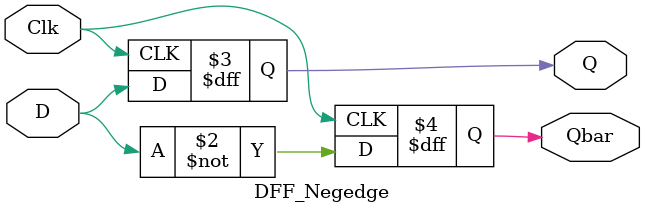
<source format=v>

    module DFF_Negedge(Q,Qbar,D,Clk);

    output Q; 

    output   Qbar; 

    input   D,Clk;  
	 reg Q,Qbar;

    always @(posedge Clk) 
    begin 
      Q <= D;
		Qbar <= ~D;
    end 
    endmodule






</source>
